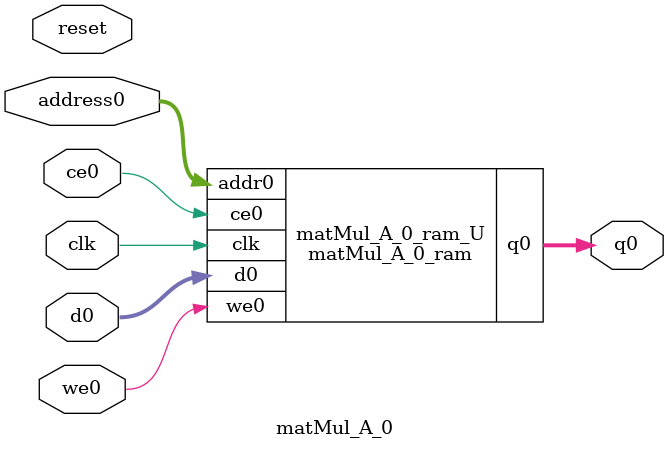
<source format=v>
`timescale 1 ns / 1 ps
module matMul_A_0_ram (addr0, ce0, d0, we0, q0,  clk);

parameter DWIDTH = 32;
parameter AWIDTH = 4;
parameter MEM_SIZE = 16;

input[AWIDTH-1:0] addr0;
input ce0;
input[DWIDTH-1:0] d0;
input we0;
output reg[DWIDTH-1:0] q0;
input clk;

reg [DWIDTH-1:0] ram[0:MEM_SIZE-1];




always @(posedge clk)  
begin 
    if (ce0) begin
        if (we0) 
            ram[addr0] <= d0; 
        q0 <= ram[addr0];
    end
end


endmodule

`timescale 1 ns / 1 ps
module matMul_A_0(
    reset,
    clk,
    address0,
    ce0,
    we0,
    d0,
    q0);

parameter DataWidth = 32'd32;
parameter AddressRange = 32'd16;
parameter AddressWidth = 32'd4;
input reset;
input clk;
input[AddressWidth - 1:0] address0;
input ce0;
input we0;
input[DataWidth - 1:0] d0;
output[DataWidth - 1:0] q0;



matMul_A_0_ram matMul_A_0_ram_U(
    .clk( clk ),
    .addr0( address0 ),
    .ce0( ce0 ),
    .we0( we0 ),
    .d0( d0 ),
    .q0( q0 ));

endmodule


</source>
